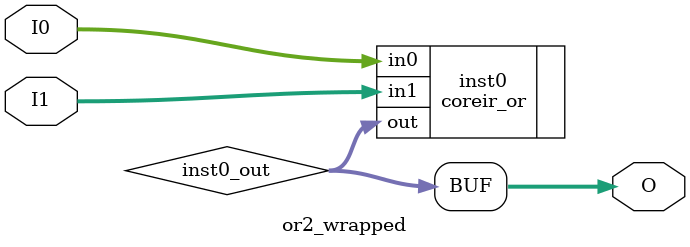
<source format=v>
module or2_wrapped (input [1:0] I0, input [1:0] I1, output [1:0] O);
wire [1:0] inst0_out;
coreir_or inst0 (.in0(I0), .in1(I1), .out(inst0_out));
assign O = inst0_out;
endmodule


</source>
